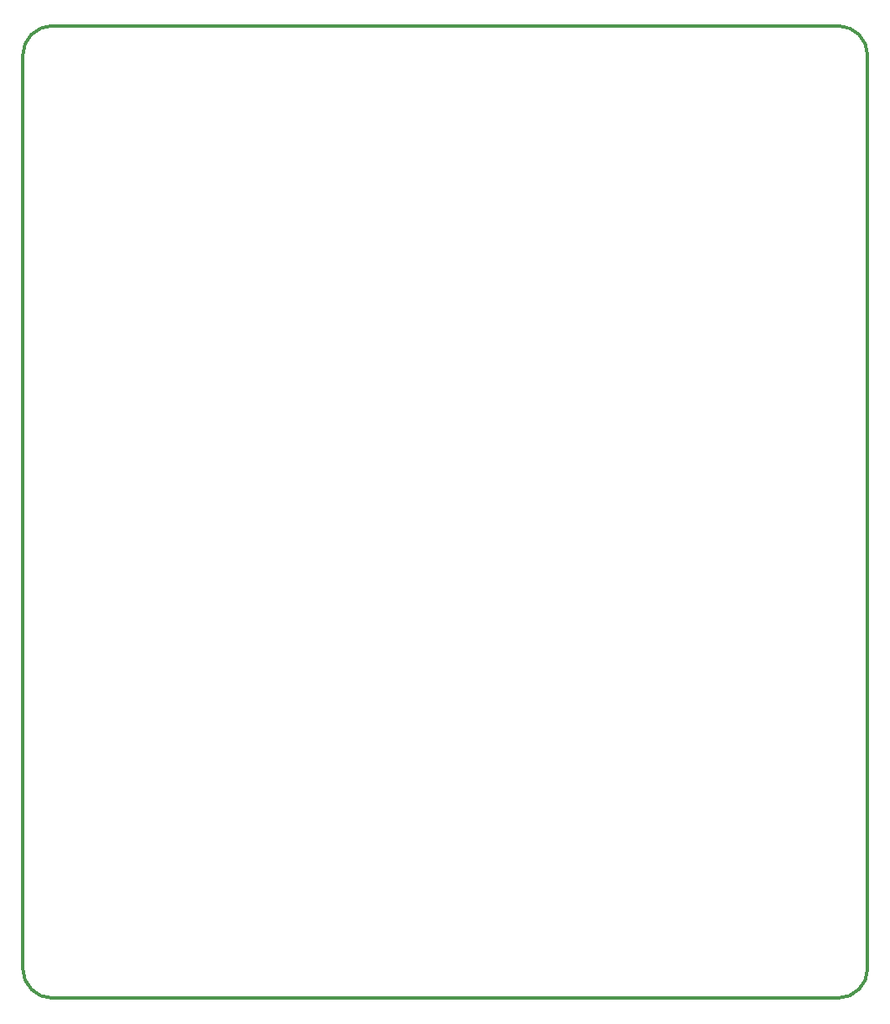
<source format=gbr>
G04 DesignSpark PCB Gerber Version 10.0 Build 5299*
G04 #@! TF.Part,Single*
%FSLAX35Y35*%
%MOIN*%
%ADD27C,0.01200*%
G04 #@! TD.AperFunction*
X0Y0D02*
D02*
D27*
X12411Y600D02*
X324222D01*
G75*
G03*
X336033Y12411I0J11811D01*
G01*
Y374616D01*
G75*
G03*
X324222Y386427I-11811J0D01*
G01*
X12411D01*
G75*
G03*
X600Y374616I0J-11811D01*
G01*
Y12411D01*
G75*
G03*
X12411Y600I11811J0D01*
G01*
X0Y0D02*
M02*

</source>
